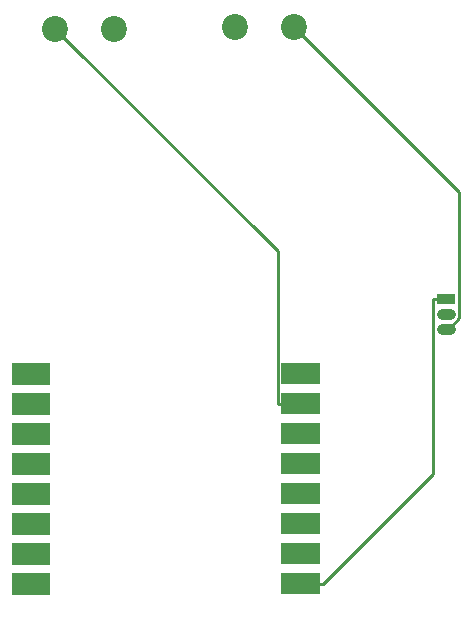
<source format=gbl>
G04 Layer: BottomLayer*
G04 EasyEDA v6.4.20.6, 2021-08-11T14:47:25--4:00*
G04 e974da8606444200a0902e9624b14983,f06b2ae44ace4e68bcf10d52e37fd181,10*
G04 Gerber Generator version 0.2*
G04 Scale: 100 percent, Rotated: No, Reflected: No *
G04 Dimensions in millimeters *
G04 leading zeros omitted , absolute positions ,4 integer and 5 decimal *
%FSLAX45Y45*%
%MOMM*%

%ADD10C,0.2540*%
%ADD11R,3.2918X1.8288*%
%ADD12C,2.2000*%
%ADD13R,1.6000X0.9000*%
%ADD14C,0.9000*%

%LPD*%
D10*
X5342712Y6464300D02*
G01*
X6740016Y5066995D01*
X6740016Y4000804D01*
X6650819Y3911600D01*
X6629400Y3911600D01*
X5397500Y3276600D02*
G01*
X5204790Y3276600D01*
X5204790Y3276600D02*
G01*
X5204790Y4565522D01*
X3318713Y6451600D01*
X5397500Y1752600D02*
G01*
X5590209Y1752600D01*
X6629400Y4165600D02*
G01*
X6521272Y4165600D01*
X6521272Y4165600D02*
G01*
X6521272Y2683662D01*
X5590209Y1752600D01*
D11*
G01*
X3111500Y3530600D03*
G36*
X5232908Y1844039D02*
G01*
X5562091Y1844039D01*
X5562091Y1661160D01*
X5232908Y1661160D01*
G37*
G36*
X5232908Y2098039D02*
G01*
X5562091Y2098039D01*
X5562091Y1915160D01*
X5232908Y1915160D01*
G37*
G36*
X5232908Y2352039D02*
G01*
X5562091Y2352039D01*
X5562091Y2169160D01*
X5232908Y2169160D01*
G37*
G36*
X5232908Y2606039D02*
G01*
X5562091Y2606039D01*
X5562091Y2423160D01*
X5232908Y2423160D01*
G37*
G36*
X5232908Y2860039D02*
G01*
X5562091Y2860039D01*
X5562091Y2677160D01*
X5232908Y2677160D01*
G37*
G36*
X5232908Y3114039D02*
G01*
X5562091Y3114039D01*
X5562091Y2931160D01*
X5232908Y2931160D01*
G37*
G36*
X5232908Y3368039D02*
G01*
X5562091Y3368039D01*
X5562091Y3185160D01*
X5232908Y3185160D01*
G37*
G36*
X5232908Y3622039D02*
G01*
X5562091Y3622039D01*
X5562091Y3439160D01*
X5232908Y3439160D01*
G37*
G01*
X3111500Y1752600D03*
G01*
X3111500Y2006600D03*
G01*
X3111500Y2260600D03*
G01*
X3111500Y2514600D03*
G01*
X3111500Y2768600D03*
G01*
X3111500Y3022600D03*
G01*
X3111500Y3276600D03*
D12*
G01*
X3318713Y6451600D03*
G01*
X3818712Y6451600D03*
G01*
X4842713Y6464300D03*
G01*
X5342712Y6464300D03*
D13*
G01*
X6629400Y4165600D03*
D14*
X6664401Y3911600D02*
G01*
X6594401Y3911600D01*
X6664401Y4038600D02*
G01*
X6594401Y4038600D01*
M02*

</source>
